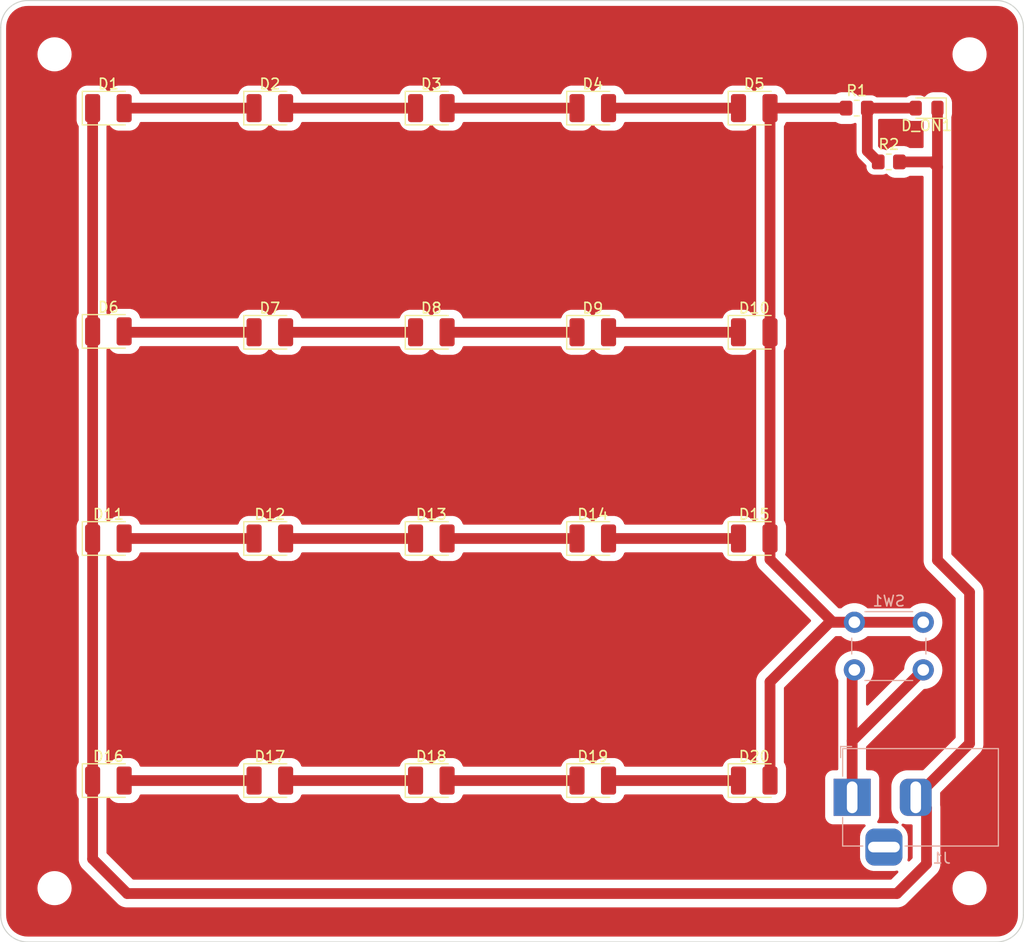
<source format=kicad_pcb>
(kicad_pcb (version 20211014) (generator pcbnew)
  (layers (0 "F.Cu" signal) (31 "B.Cu" signal) (34 "B.Paste" user) (35 "F.Paste" user) (36 "B.SilkS" user "B.Silkscreen") (37 "F.SilkS" user "F.Silkscreen") (38 "B.Mask" user) (39 "F.Mask" user) (44 "Edge.Cuts" user))
  (net 0 "")
  (net 1 "Net-(D1-Pad2)")
  (net 2 "Net-(D2-Pad2)")
  (net 3 "Net-(D3-Pad2)")
  (net 4 "Net-(D4-Pad2)")
  (net 5 "Net-(D6-Pad2)")
  (net 6 "Net-(D7-Pad2)")
  (net 7 "Net-(D8-Pad2)")
  (net 8 "Net-(D10-Pad1)")
  (net 9 "Net-(D11-Pad2)")
  (net 10 "Net-(D12-Pad2)")
  (net 11 "Net-(D13-Pad2)")
  (net 12 "Net-(D14-Pad2)")
  (net 13 "Net-(D16-Pad2)")
  (net 14 "Net-(D17-Pad2)")
  (net 15 "Net-(D18-Pad2)")
  (net 16 "Net-(D19-Pad2)")
  (net 17 "+12V")
  (net 18 "GND")
  (net 19 "Net-(J1-Pad1)")
  (net 20 "Net-(R1-Pad2)")
  (footprint "LED_SMD:LED_0805_2012Metric_Pad1.15x1.40mm_HandSolder" (layer "F.Cu") (at 155.965 66.04 180)
    (fp_text reference "D_ON1" (at 0 -1.65) (layer "F.SilkS"))
    (fp_text value "LED")
    (pad "1" smd roundrect locked (at -1.025 0 180) (size 1.15 1.4) (layers "F.Cu" "F.Paste" "F.Mask") (roundrect_rratio 0.217391) (net 18 "GND"))
    (pad "2" smd roundrect locked (at 1.025 0 180) (size 1.15 1.4) (layers "F.Cu" "F.Paste" "F.Mask") (roundrect_rratio 0.217391) (net 20 "Net-(R1-Pad2)"))
  )
  (footprint "LED_SMD:LED_1210_3225Metric_Pad1.42x2.65mm_HandSolder" (layer "F.Cu") (at 93.98 66.04)
    (fp_text reference "D2" (at 0 -2.28) (layer "F.SilkS"))
    (fp_text value "LED")
    (pad "1" smd roundrect locked (at -1.4875 0) (size 1.425 2.65) (layers "F.Cu" "F.Paste" "F.Mask") (roundrect_rratio 0.175439) (net 1 "Net-(D1-Pad2)"))
    (pad "2" smd roundrect locked (at 1.4875 0) (size 1.425 2.65) (layers "F.Cu" "F.Paste" "F.Mask") (roundrect_rratio 0.175439) (net 2 "Net-(D2-Pad2)"))
  )
  (footprint "LED_SMD:LED_1210_3225Metric_Pad1.42x2.65mm_HandSolder" (layer "F.Cu") (at 93.98 87.206666)
    (fp_text reference "D7" (at 0 -2.28) (layer "F.SilkS"))
    (fp_text value "LED")
    (pad "1" smd roundrect locked (at -1.4875 0) (size 1.425 2.65) (layers "F.Cu" "F.Paste" "F.Mask") (roundrect_rratio 0.175439) (net 5 "Net-(D6-Pad2)"))
    (pad "2" smd roundrect locked (at 1.4875 0) (size 1.425 2.65) (layers "F.Cu" "F.Paste" "F.Mask") (roundrect_rratio 0.175439) (net 6 "Net-(D7-Pad2)"))
  )
  (footprint "LED_SMD:LED_1210_3225Metric_Pad1.42x2.65mm_HandSolder" (layer "F.Cu") (at 78.74 106.68)
    (fp_text reference "D11" (at 0 -2.28) (layer "F.SilkS"))
    (fp_text value "LED")
    (pad "1" smd roundrect locked (at -1.4875 0) (size 1.425 2.65) (layers "F.Cu" "F.Paste" "F.Mask") (roundrect_rratio 0.175439) (net 18 "GND"))
    (pad "2" smd roundrect locked (at 1.4875 0) (size 1.425 2.65) (layers "F.Cu" "F.Paste" "F.Mask") (roundrect_rratio 0.175439) (net 9 "Net-(D11-Pad2)"))
  )
  (footprint "Resistor_SMD:R_0805_2012Metric_Pad1.20x1.40mm_HandSolder" (layer "F.Cu") (at 149.37 66.04)
    (fp_text reference "R1" (at 0 -1.65) (layer "F.SilkS"))
    (fp_text value "1K")
    (pad "1" smd roundrect locked (at -1 0) (size 1.2 1.4) (layers "F.Cu" "F.Paste" "F.Mask") (roundrect_rratio 0.208333) (net 17 "+12V"))
    (pad "2" smd roundrect locked (at 1 0) (size 1.2 1.4) (layers "F.Cu" "F.Paste" "F.Mask") (roundrect_rratio 0.208333) (net 20 "Net-(R1-Pad2)"))
  )
  (footprint "LED_SMD:LED_1210_3225Metric_Pad1.42x2.65mm_HandSolder" (layer "F.Cu") (at 109.22 129.54)
    (fp_text reference "D18" (at 0 -2.28) (layer "F.SilkS"))
    (fp_text value "LED")
    (pad "1" smd roundrect locked (at -1.4875 0) (size 1.425 2.65) (layers "F.Cu" "F.Paste" "F.Mask") (roundrect_rratio 0.175439) (net 14 "Net-(D17-Pad2)"))
    (pad "2" smd roundrect locked (at 1.4875 0) (size 1.425 2.65) (layers "F.Cu" "F.Paste" "F.Mask") (roundrect_rratio 0.175439) (net 15 "Net-(D18-Pad2)"))
  )
  (footprint "ziggys:sun" (layer "F.Cu") (at 86.36 76.2)
    (fp_text reference "REF**" hide)
    (fp_text value "sun")
  )
  (footprint "LED_SMD:LED_1210_3225Metric_Pad1.42x2.65mm_HandSolder" (layer "F.Cu") (at 124.46 129.54)
    (fp_text reference "D19" (at 0 -2.28) (layer "F.SilkS"))
    (fp_text value "LED")
    (pad "1" smd roundrect locked (at -1.4875 0) (size 1.425 2.65) (layers "F.Cu" "F.Paste" "F.Mask") (roundrect_rratio 0.175439) (net 15 "Net-(D18-Pad2)"))
    (pad "2" smd roundrect locked (at 1.4875 0) (size 1.425 2.65) (layers "F.Cu" "F.Paste" "F.Mask") (roundrect_rratio 0.175439) (net 16 "Net-(D19-Pad2)"))
  )
  (footprint "MountingHole:MountingHole_2.2mm_M2" (layer "F.Cu") (at 160.02 139.7)
    (fp_text reference "H5" hide)
    (fp_text value "MountingHole")
    (pad "" np_thru_hole circle locked (at 0 0) (size 2.2 2.2) (drill 2.2) (layers *.Cu *.Mask))
  )
  (footprint "LED_SMD:LED_1210_3225Metric_Pad1.42x2.65mm_HandSolder" (layer "F.Cu") (at 93.98 106.68)
    (fp_text reference "D12" (at 0 -2.28) (layer "F.SilkS"))
    (fp_text value "LED")
    (pad "1" smd roundrect locked (at -1.4875 0) (size 1.425 2.65) (layers "F.Cu" "F.Paste" "F.Mask") (roundrect_rratio 0.175439) (net 9 "Net-(D11-Pad2)"))
    (pad "2" smd roundrect locked (at 1.4875 0) (size 1.425 2.65) (layers "F.Cu" "F.Paste" "F.Mask") (roundrect_rratio 0.175439) (net 10 "Net-(D12-Pad2)"))
  )
  (footprint "LED_SMD:LED_1210_3225Metric_Pad1.42x2.65mm_HandSolder" (layer "F.Cu") (at 139.7 129.54)
    (fp_text reference "D20" (at 0 -2.28) (layer "F.SilkS"))
    (fp_text value "LED")
    (pad "1" smd roundrect locked (at -1.4875 0) (size 1.425 2.65) (layers "F.Cu" "F.Paste" "F.Mask") (roundrect_rratio 0.175439) (net 16 "Net-(D19-Pad2)"))
    (pad "2" smd roundrect locked (at 1.4875 0) (size 1.425 2.65) (layers "F.Cu" "F.Paste" "F.Mask") (roundrect_rratio 0.175439) (net 17 "+12V"))
  )
  (footprint "MountingHole:MountingHole_2.2mm_M2" (layer "F.Cu") (at 160.02 60.96)
    (fp_text reference "H3" hide)
    (fp_text value "MountingHole")
    (pad "" np_thru_hole circle locked (at 0 0) (size 2.2 2.2) (drill 2.2) (layers *.Cu *.Mask))
  )
  (footprint "LED_SMD:LED_1210_3225Metric_Pad1.42x2.65mm_HandSolder" (layer "F.Cu") (at 109.22 87.206666)
    (fp_text reference "D8" (at 0 -2.28) (layer "F.SilkS"))
    (fp_text value "LED")
    (pad "1" smd roundrect locked (at -1.4875 0) (size 1.425 2.65) (layers "F.Cu" "F.Paste" "F.Mask") (roundrect_rratio 0.175439) (net 6 "Net-(D7-Pad2)"))
    (pad "2" smd roundrect locked (at 1.4875 0) (size 1.425 2.65) (layers "F.Cu" "F.Paste" "F.Mask") (roundrect_rratio 0.175439) (net 7 "Net-(D8-Pad2)"))
  )
  (footprint "ziggys:sun" (layer "F.Cu") (at 149.86 96.52)
    (fp_text reference "REF**" hide)
    (fp_text value "sun")
  )
  (footprint "LED_SMD:LED_1210_3225Metric_Pad1.42x2.65mm_HandSolder" (layer "F.Cu") (at 109.22 66.04)
    (fp_text reference "D3" (at 0 -2.28) (layer "F.SilkS"))
    (fp_text value "LED")
    (pad "1" smd roundrect locked (at -1.4875 0) (size 1.425 2.65) (layers "F.Cu" "F.Paste" "F.Mask") (roundrect_rratio 0.175439) (net 2 "Net-(D2-Pad2)"))
    (pad "2" smd roundrect locked (at 1.4875 0) (size 1.425 2.65) (layers "F.Cu" "F.Paste" "F.Mask") (roundrect_rratio 0.175439) (net 3 "Net-(D3-Pad2)"))
  )
  (footprint "ziggys:sun" (layer "F.Cu") (at 88.9 124.46)
    (fp_text reference "REF**" hide)
    (fp_text value "sun")
  )
  (footprint "LED_SMD:LED_1210_3225Metric_Pad1.42x2.65mm_HandSolder" (layer "F.Cu") (at 93.98 129.54)
    (fp_text reference "D17" (at 0 -2.28) (layer "F.SilkS"))
    (fp_text value "LED")
    (pad "1" smd roundrect locked (at -1.4875 0) (size 1.425 2.65) (layers "F.Cu" "F.Paste" "F.Mask") (roundrect_rratio 0.175439) (net 13 "Net-(D16-Pad2)"))
    (pad "2" smd roundrect locked (at 1.4875 0) (size 1.425 2.65) (layers "F.Cu" "F.Paste" "F.Mask") (roundrect_rratio 0.175439) (net 14 "Net-(D17-Pad2)"))
  )
  (footprint "LED_SMD:LED_1210_3225Metric_Pad1.42x2.65mm_HandSolder" (layer "F.Cu") (at 78.74 66.04)
    (fp_text reference "D1" (at 0 -2.28) (layer "F.SilkS"))
    (fp_text value "LED")
    (pad "1" smd roundrect locked (at -1.4875 0) (size 1.425 2.65) (layers "F.Cu" "F.Paste" "F.Mask") (roundrect_rratio 0.175439) (net 18 "GND"))
    (pad "2" smd roundrect locked (at 1.4875 0) (size 1.425 2.65) (layers "F.Cu" "F.Paste" "F.Mask") (roundrect_rratio 0.175439) (net 1 "Net-(D1-Pad2)"))
  )
  (footprint "LED_SMD:LED_1210_3225Metric_Pad1.42x2.65mm_HandSolder" (layer "F.Cu") (at 78.74 129.54)
    (fp_text reference "D16" (at 0 -2.28) (layer "F.SilkS"))
    (fp_text value "LED")
    (pad "1" smd roundrect locked (at -1.4875 0) (size 1.425 2.65) (layers "F.Cu" "F.Paste" "F.Mask") (roundrect_rratio 0.175439) (net 18 "GND"))
    (pad "2" smd roundrect locked (at 1.4875 0) (size 1.425 2.65) (layers "F.Cu" "F.Paste" "F.Mask") (roundrect_rratio 0.175439) (net 13 "Net-(D16-Pad2)"))
  )
  (footprint "LED_SMD:LED_1210_3225Metric_Pad1.42x2.65mm_HandSolder" (layer "F.Cu") (at 139.7 66.04)
    (fp_text reference "D5" (at 0 -2.28) (layer "F.SilkS"))
    (fp_text value "LED")
    (pad "1" smd roundrect locked (at -1.4875 0) (size 1.425 2.65) (layers "F.Cu" "F.Paste" "F.Mask") (roundrect_rratio 0.175439) (net 4 "Net-(D4-Pad2)"))
    (pad "2" smd roundrect locked (at 1.4875 0) (size 1.425 2.65) (layers "F.Cu" "F.Paste" "F.Mask") (roundrect_rratio 0.175439) (net 17 "+12V"))
  )
  (footprint "LED_SMD:LED_1210_3225Metric_Pad1.42x2.65mm_HandSolder" (layer "F.Cu") (at 109.22 106.68)
    (fp_text reference "D13" (at 0 -2.28) (layer "F.SilkS"))
    (fp_text value "LED")
    (pad "1" smd roundrect locked (at -1.4875 0) (size 1.425 2.65) (layers "F.Cu" "F.Paste" "F.Mask") (roundrect_rratio 0.175439) (net 10 "Net-(D12-Pad2)"))
    (pad "2" smd roundrect locked (at 1.4875 0) (size 1.425 2.65) (layers "F.Cu" "F.Paste" "F.Mask") (roundrect_rratio 0.175439) (net 11 "Net-(D13-Pad2)"))
  )
  (footprint "LED_SMD:LED_1210_3225Metric_Pad1.42x2.65mm_HandSolder" (layer "F.Cu") (at 139.7 87.206666)
    (fp_text reference "D10" (at 0 -2.28) (layer "F.SilkS"))
    (fp_text value "LED")
    (pad "1" smd roundrect locked (at -1.4875 0) (size 1.425 2.65) (layers "F.Cu" "F.Paste" "F.Mask") (roundrect_rratio 0.175439) (net 8 "Net-(D10-Pad1)"))
    (pad "2" smd roundrect locked (at 1.4875 0) (size 1.425 2.65) (layers "F.Cu" "F.Paste" "F.Mask") (roundrect_rratio 0.175439) (net 17 "+12V"))
  )
  (footprint "Resistor_SMD:R_0805_2012Metric_Pad1.20x1.40mm_HandSolder" (layer "F.Cu") (at 152.4 71.12)
    (fp_text reference "R2" (at 0 -1.65) (layer "F.SilkS"))
    (fp_text value "330")
    (pad "1" smd roundrect locked (at -1 0) (size 1.2 1.4) (layers "F.Cu" "F.Paste" "F.Mask") (roundrect_rratio 0.208333) (net 20 "Net-(R1-Pad2)"))
    (pad "2" smd roundrect locked (at 1 0) (size 1.2 1.4) (layers "F.Cu" "F.Paste" "F.Mask") (roundrect_rratio 0.208333) (net 18 "GND"))
  )
  (footprint "LED_SMD:LED_1210_3225Metric_Pad1.42x2.65mm_HandSolder" (layer "F.Cu") (at 124.46 66.04)
    (fp_text reference "D4" (at 0 -2.28) (layer "F.SilkS"))
    (fp_text value "LED")
    (pad "1" smd roundrect locked (at -1.4875 0) (size 1.425 2.65) (layers "F.Cu" "F.Paste" "F.Mask") (roundrect_rratio 0.175439) (net 3 "Net-(D3-Pad2)"))
    (pad "2" smd roundrect locked (at 1.4875 0) (size 1.425 2.65) (layers "F.Cu" "F.Paste" "F.Mask") (roundrect_rratio 0.175439) (net 4 "Net-(D4-Pad2)"))
  )
  (footprint "MountingHole:MountingHole_2.2mm_M2" (layer "F.Cu") (at 73.66 60.96)
    (fp_text reference "H4" hide)
    (fp_text value "MountingHole")
    (pad "" np_thru_hole circle locked (at 0 0) (size 2.2 2.2) (drill 2.2) (layers *.Cu *.Mask))
  )
  (footprint "LED_SMD:LED_1210_3225Metric_Pad1.42x2.65mm_HandSolder" (layer "F.Cu") (at 78.74 87.122)
    (fp_text reference "D6" (at 0 -2.28) (layer "F.SilkS"))
    (fp_text value "LED")
    (pad "1" smd roundrect locked (at -1.4875 0) (size 1.425 2.65) (layers "F.Cu" "F.Paste" "F.Mask") (roundrect_rratio 0.175439) (net 18 "GND"))
    (pad "2" smd roundrect locked (at 1.4875 0) (size 1.425 2.65) (layers "F.Cu" "F.Paste" "F.Mask") (roundrect_rratio 0.175439) (net 5 "Net-(D6-Pad2)"))
  )
  (footprint "LED_SMD:LED_1210_3225Metric_Pad1.42x2.65mm_HandSolder" (layer "F.Cu") (at 124.46 106.68)
    (fp_text reference "D14" (at 0 -2.28) (layer "F.SilkS"))
    (fp_text value "LED")
    (pad "1" smd roundrect locked (at -1.4875 0) (size 1.425 2.65) (layers "F.Cu" "F.Paste" "F.Mask") (roundrect_rratio 0.175439) (net 11 "Net-(D13-Pad2)"))
    (pad "2" smd roundrect locked (at 1.4875 0) (size 1.425 2.65) (layers "F.Cu" "F.Paste" "F.Mask") (roundrect_rratio 0.175439) (net 12 "Net-(D14-Pad2)"))
  )
  (footprint "LED_SMD:LED_1210_3225Metric_Pad1.42x2.65mm_HandSolder" (layer "F.Cu") (at 124.46 87.206666)
    (fp_text reference "D9" (at 0 -2.28) (layer "F.SilkS"))
    (fp_text value "LED")
    (pad "1" smd roundrect locked (at -1.4875 0) (size 1.425 2.65) (layers "F.Cu" "F.Paste" "F.Mask") (roundrect_rratio 0.175439) (net 7 "Net-(D8-Pad2)"))
    (pad "2" smd roundrect locked (at 1.4875 0) (size 1.425 2.65) (layers "F.Cu" "F.Paste" "F.Mask") (roundrect_rratio 0.175439) (net 8 "Net-(D10-Pad1)"))
  )
  (footprint "MountingHole:MountingHole_2.2mm_M2" (layer "F.Cu") (at 73.66 139.7)
    (fp_text reference "H1" hide)
    (fp_text value "MountingHole")
    (pad "" np_thru_hole circle locked (at 0 0) (size 2.2 2.2) (drill 2.2) (layers *.Cu *.Mask))
  )
  (footprint "LED_SMD:LED_1210_3225Metric_Pad1.42x2.65mm_HandSolder" (layer "F.Cu") (at 139.7 106.68)
    (fp_text reference "D15" (at 0 -2.28) (layer "F.SilkS"))
    (fp_text value "LED")
    (pad "1" smd roundrect locked (at -1.4875 0) (size 1.425 2.65) (layers "F.Cu" "F.Paste" "F.Mask") (roundrect_rratio 0.175439) (net 12 "Net-(D14-Pad2)"))
    (pad "2" smd roundrect locked (at 1.4875 0) (size 1.425 2.65) (layers "F.Cu" "F.Paste" "F.Mask") (roundrect_rratio 0.175439) (net 17 "+12V"))
  )
  (footprint "Connector_BarrelJack:BarrelJack_Horizontal" (layer "B.Cu") (at 148.94 131.1225 180)
    (fp_text reference "J1" (at -8.45 -5.75) (layer "B.SilkS") (effects (justify mirror)))
    (fp_text value "Jack-DC")
    (pad "1" thru_hole rect locked (at 0 0 180) (size 3.5 3.5) (drill oval 1 3) (layers *.Cu *.Mask) (net 19 "Net-(J1-Pad1)"))
    (pad "2" thru_hole roundrect locked (at -6 0 180) (size 3 3.5) (drill oval 1 3) (layers *.Cu *.Mask) (net 18 "GND"))
    (pad "3" thru_hole roundrect locked (at -3 -4.7 180) (size 3.5 3.5) (drill oval 3 1) (layers *.Cu *.Mask))
  )
  (footprint "Button_Switch_THT:SW_PUSH_6mm" (layer "B.Cu") (at 155.65 114.59 180)
    (fp_text reference "SW1" (at 3.25 2) (layer "B.SilkS") (effects (justify mirror)))
    (fp_text value "SW_SPST")
    (pad "1" thru_hole circle locked (at 0 0 90) (size 2 2) (drill 1.1) (layers *.Cu *.Mask) (net 17 "+12V"))
    (pad "1" thru_hole circle locked (at 6.5 0 90) (size 2 2) (drill 1.1) (layers *.Cu *.Mask) (net 17 "+12V"))
    (pad "2" thru_hole circle locked (at 0 -4.5 90) (size 2 2) (drill 1.1) (layers *.Cu *.Mask) (net 19 "Net-(J1-Pad1)"))
    (pad "2" thru_hole circle locked (at 6.5 -4.5 90) (size 2 2) (drill 1.1) (layers *.Cu *.Mask) (net 19 "Net-(J1-Pad1)"))
  )
  (gr_arc (start 162.56 55.88) (mid 164.356051 56.623949) (end 165.1 58.42) (layer "Edge.Cuts") (width 0.1))
  (gr_line (start 71.12 144.78) (end 162.56 144.78) (layer "Edge.Cuts") (width 0.1))
  (gr_line (start 162.56 55.88) (end 71.12 55.88) (layer "Edge.Cuts") (width 0.1))
  (gr_arc (start 68.58 58.42) (mid 69.323949 56.623949) (end 71.12 55.88) (layer "Edge.Cuts") (width 0.1))
  (gr_arc (start 165.1 142.24) (mid 164.356051 144.036051) (end 162.56 144.78) (layer "Edge.Cuts") (width 0.1))
  (gr_line (start 68.58 58.42) (end 68.58 142.24) (layer "Edge.Cuts") (width 0.1))
  (gr_arc (start 71.12 144.78) (mid 69.323949 144.036051) (end 68.58 142.24) (layer "Edge.Cuts") (width 0.1))
  (gr_line (start 165.1 142.24) (end 165.1 58.42) (layer "Edge.Cuts") (width 0.1))
  (segment (start 92.4925 66.04) (end 80.2275 66.04) (width 1.016) (layer "F.Cu") (net 1))
  (segment (start 107.7325 66.04) (end 95.4675 66.04) (width 1.016) (layer "F.Cu") (net 2))
  (segment (start 122.9725 66.04) (end 110.7075 66.04) (width 1.016) (layer "F.Cu") (net 3))
  (segment (start 138.2125 66.04) (end 125.9475 66.04) (width 1.016) (layer "F.Cu") (net 4))
  (segment (start 92.4925 87.206666) (end 80.312166 87.206666) (width 1.016) (layer "F.Cu") (net 5))
  (segment (start 80.312166 87.206666) (end 80.2275 87.122) (width 1.016) (layer "F.Cu") (net 5))
  (segment (start 107.7325 87.206666) (end 95.4675 87.206666) (width 1.016) (layer "F.Cu") (net 6))
  (segment (start 122.9725 87.206666) (end 110.7075 87.206666) (width 1.016) (layer "F.Cu") (net 7))
  (segment (start 138.2125 87.206666) (end 125.9475 87.206666) (width 1.016) (layer "F.Cu") (net 8))
  (segment (start 92.4925 106.68) (end 80.2275 106.68) (width 1.016) (layer "F.Cu") (net 9))
  (segment (start 95.4675 106.68) (end 107.7325 106.68) (width 1.016) (layer "F.Cu") (net 10))
  (segment (start 110.7075 106.68) (end 122.9725 106.68) (width 1.016) (layer "F.Cu") (net 11))
  (segment (start 125.9475 106.68) (end 138.2125 106.68) (width 1.016) (layer "F.Cu") (net 12))
  (segment (start 92.4925 129.54) (end 80.2275 129.54) (width 1.016) (layer "F.Cu") (net 13))
  (segment (start 107.7325 129.54) (end 95.4675 129.54) (width 1.016) (layer "F.Cu") (net 14))
  (segment (start 122.9725 129.54) (end 110.7075 129.54) (width 1.016) (layer "F.Cu") (net 15))
  (segment (start 138.2125 129.54) (end 125.9475 129.54) (width 1.016) (layer "F.Cu") (net 16))
  (segment (start 141.1875 106.68) (end 141.1875 87.206666) (width 1.016) (layer "F.Cu") (net 17))
  (segment (start 148.37 66.04) (end 141.1875 66.04) (width 1.016) (layer "F.Cu") (net 17))
  (segment (start 149.15 114.59) (end 147.11 114.59) (width 1.016) (layer "F.Cu") (net 17))
  (segment (start 141.1875 120.2225) (end 141.1875 129.54) (width 1.016) (layer "F.Cu") (net 17))
  (segment (start 147.11 114.59) (end 141.1875 108.6675) (width 1.016) (layer "F.Cu") (net 17))
  (segment (start 141.1875 108.6675) (end 141.1875 106.68) (width 1.016) (layer "F.Cu") (net 17))
  (segment (start 155.65 114.59) (end 149.15 114.59) (width 1.016) (layer "F.Cu") (net 17))
  (segment (start 141.1875 87.206666) (end 141.1875 66.04) (width 1.016) (layer "F.Cu") (net 17))
  (segment (start 149.15 114.59) (end 146.82 114.59) (width 1.016) (layer "F.Cu") (net 17))
  (segment (start 146.82 114.59) (end 141.1875 120.2225) (width 1.016) (layer "F.Cu") (net 17))
  (segment (start 156.99 71.61) (end 156.99 108.73) (width 1.016) (layer "F.Cu") (net 18))
  (segment (start 156.5 71.12) (end 156.99 71.61) (width 1.016) (layer "F.Cu") (net 18))
  (segment (start 156.99 108.73) (end 160.02 111.76) (width 1.016) (layer "F.Cu") (net 18))
  (segment (start 80.518 140.208) (end 77.2525 136.9425) (width 1.016) (layer "F.Cu") (net 18))
  (segment (start 160.02 126.0425) (end 154.94 131.1225) (width 1.016) (layer "F.Cu") (net 18))
  (segment (start 153.4 71.12) (end 156.5 71.12) (width 1.016) (layer "F.Cu") (net 18))
  (segment (start 155.956 137.414) (end 153.162 140.208) (width 1.016) (layer "F.Cu") (net 18))
  (segment (start 156.99 66.04) (end 156.99 71.61) (width 1.016) (layer "F.Cu") (net 18))
  (segment (start 154.94 131.1225) (end 155.956 132.1385) (width 1.016) (layer "F.Cu") (net 18))
  (segment (start 77.2525 136.9425) (end 77.2525 129.54) (width 1.016) (layer "F.Cu") (net 18))
  (segment (start 77.2525 129.54) (end 77.2525 106.68) (width 1.016) (layer "F.Cu") (net 18))
  (segment (start 153.162 140.208) (end 80.518 140.208) (width 1.016) (layer "F.Cu") (net 18))
  (segment (start 77.2525 87.122) (end 77.2525 66.04) (width 1.016) (layer "F.Cu") (net 18))
  (segment (start 160.02 111.76) (end 160.02 126.0425) (width 1.016) (layer "F.Cu") (net 18))
  (segment (start 155.956 132.1385) (end 155.956 137.414) (width 1.016) (layer "F.Cu") (net 18))
  (segment (start 77.2525 106.68) (end 77.2525 87.122) (width 1.016) (layer "F.Cu") (net 18))
  (segment (start 148.94 131.1225) (end 148.94 119.3) (width 1.016) (layer "F.Cu") (net 19))
  (segment (start 148.94 119.3) (end 149.15 119.09) (width 1.016) (layer "F.Cu") (net 19))
  (segment (start 148.94 125.8) (end 155.65 119.09) (width 1.016) (layer "F.Cu") (net 19))
  (segment (start 150.37 70.09) (end 151.4 71.12) (width 1.016) (layer "F.Cu") (net 20))
  (segment (start 150.37 66.04) (end 150.37 70.09) (width 1.016) (layer "F.Cu") (net 20))
  (segment (start 154.94 66.04) (end 150.37 66.04) (width 1.016) (layer "F.Cu") (net 20))
  (zone (net 0) (net_name "") (layer "F.Cu") (connect_pads (clearance 0.508)) (min_thickness 0.254) (fill yes (thermal_gap 0.508) (thermal_bridge_width 0.508))
    (polygon (pts (xy 165.1 144.78) (xy 68.58 144.78) (xy 68.58 55.88) (xy 165.1 55.88)))
  )
)
</source>
